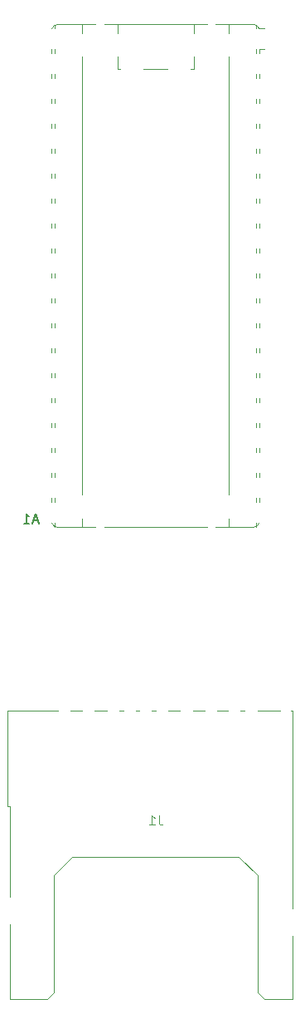
<source format=gbr>
%TF.GenerationSoftware,KiCad,Pcbnew,9.0.0*%
%TF.CreationDate,2025-03-20T22:49:20+00:00*%
%TF.ProjectId,PicoConsole,5069636f-436f-46e7-936f-6c652e6b6963,rev?*%
%TF.SameCoordinates,Original*%
%TF.FileFunction,Legend,Bot*%
%TF.FilePolarity,Positive*%
%FSLAX46Y46*%
G04 Gerber Fmt 4.6, Leading zero omitted, Abs format (unit mm)*
G04 Created by KiCad (PCBNEW 9.0.0) date 2025-03-20 22:49:20*
%MOMM*%
%LPD*%
G01*
G04 APERTURE LIST*
%ADD10C,0.100000*%
%ADD11C,0.150000*%
%ADD12C,0.120000*%
G04 APERTURE END LIST*
D10*
X105333333Y-107457419D02*
X105333333Y-108171704D01*
X105333333Y-108171704D02*
X105380952Y-108314561D01*
X105380952Y-108314561D02*
X105476190Y-108409800D01*
X105476190Y-108409800D02*
X105619047Y-108457419D01*
X105619047Y-108457419D02*
X105714285Y-108457419D01*
X104333333Y-108457419D02*
X104904761Y-108457419D01*
X104619047Y-108457419D02*
X104619047Y-107457419D01*
X104619047Y-107457419D02*
X104714285Y-107600276D01*
X104714285Y-107600276D02*
X104809523Y-107695514D01*
X104809523Y-107695514D02*
X104904761Y-107743133D01*
D11*
X92963339Y-77471604D02*
X92487149Y-77471604D01*
X93058577Y-77757319D02*
X92725244Y-76757319D01*
X92725244Y-76757319D02*
X92391911Y-77757319D01*
X91534768Y-77757319D02*
X92106196Y-77757319D01*
X91820482Y-77757319D02*
X91820482Y-76757319D01*
X91820482Y-76757319D02*
X91915720Y-76900176D01*
X91915720Y-76900176D02*
X92010958Y-76995414D01*
X92010958Y-76995414D02*
X92106196Y-77043033D01*
D12*
%TO.C,J1*%
X89900000Y-96800000D02*
X95000000Y-96800000D01*
X89900000Y-106600000D02*
X89900000Y-96800000D01*
X90100000Y-106600000D02*
X89900000Y-106600000D01*
X90100000Y-106600000D02*
X90100000Y-115800000D01*
X90100000Y-118600000D02*
X90100000Y-126200000D01*
X90100000Y-126200000D02*
X93900000Y-126200000D01*
X94600000Y-125500000D02*
X93900000Y-126200000D01*
X94600000Y-125500000D02*
X94600000Y-113600000D01*
X96300000Y-96800000D02*
X97500000Y-96800000D01*
X96500000Y-111700000D02*
X94600000Y-113600000D01*
X98800000Y-96800000D02*
X100000000Y-96800000D01*
X101300000Y-96800000D02*
X101700000Y-96800000D01*
X103000000Y-96800000D02*
X103300000Y-96800000D01*
X104600000Y-96800000D02*
X105000000Y-96800000D01*
X106300000Y-96800000D02*
X107500000Y-96800000D01*
X108800000Y-96800000D02*
X110000000Y-96800000D01*
X111300000Y-96800000D02*
X112400000Y-96800000D01*
X113500000Y-111700000D02*
X96500000Y-111700000D01*
X113500000Y-111700000D02*
X115400000Y-113600000D01*
X113700000Y-96800000D02*
X114100000Y-96800000D01*
X115400000Y-96800000D02*
X117700000Y-96800000D01*
X115400000Y-125500000D02*
X115400000Y-113600000D01*
X115400000Y-125500000D02*
X116100000Y-126200000D01*
X118800000Y-96800000D02*
X119000000Y-96800000D01*
X119000000Y-96800000D02*
X119000000Y-117000000D01*
X119000000Y-119800000D02*
X119000000Y-126200000D01*
X119000000Y-126200000D02*
X116100000Y-126200000D01*
%TO.C,A1*%
X94390000Y-29467500D02*
X94390000Y-29887500D01*
X94390000Y-32007500D02*
X94390000Y-32427500D01*
X94390000Y-34547500D02*
X94390000Y-34967500D01*
X94390000Y-37087500D02*
X94390000Y-37507500D01*
X94390000Y-39627500D02*
X94390000Y-40047500D01*
X94390000Y-42167500D02*
X94390000Y-42587500D01*
X94390000Y-44707500D02*
X94390000Y-45127500D01*
X94390000Y-47247500D02*
X94390000Y-47667500D01*
X94390000Y-49787500D02*
X94390000Y-50207500D01*
X94390000Y-52327500D02*
X94390000Y-52747500D01*
X94390000Y-54867500D02*
X94390000Y-55287500D01*
X94390000Y-57407500D02*
X94390000Y-57827500D01*
X94390000Y-59947500D02*
X94390000Y-60367500D01*
X94390000Y-62487500D02*
X94390000Y-62907500D01*
X94390000Y-65027500D02*
X94390000Y-65447500D01*
X94390000Y-67567500D02*
X94390000Y-67987500D01*
X94390000Y-70107500D02*
X94390000Y-70527500D01*
X94390000Y-72647500D02*
X94390000Y-73067500D01*
X94390000Y-75187500D02*
X94390000Y-75607500D01*
X94730000Y-27347563D02*
X94730000Y-26990500D01*
X94730000Y-29467500D02*
X94730000Y-29887500D01*
X94730000Y-32007500D02*
X94730000Y-32427500D01*
X94730000Y-34547500D02*
X94730000Y-34967500D01*
X94730000Y-37087500D02*
X94730000Y-37507500D01*
X94730000Y-39627500D02*
X94730000Y-40047500D01*
X94730000Y-42167500D02*
X94730000Y-42587500D01*
X94730000Y-44707500D02*
X94730000Y-45127500D01*
X94730000Y-47247500D02*
X94730000Y-47667500D01*
X94730000Y-49787500D02*
X94730000Y-50207500D01*
X94730000Y-52327500D02*
X94730000Y-52747500D01*
X94730000Y-54867500D02*
X94730000Y-55287500D01*
X94730000Y-57407500D02*
X94730000Y-57827500D01*
X94730000Y-59947500D02*
X94730000Y-60367500D01*
X94730000Y-62487500D02*
X94730000Y-62907500D01*
X94730000Y-65027500D02*
X94730000Y-65447500D01*
X94730000Y-67567500D02*
X94730000Y-67987500D01*
X94730000Y-70107500D02*
X94730000Y-70527500D01*
X94730000Y-72647500D02*
X94730000Y-73067500D01*
X94730000Y-75187500D02*
X94730000Y-75607500D01*
X94730000Y-77727437D02*
X94730000Y-78084500D01*
X95000000Y-26927500D02*
X97490000Y-26927500D01*
X97490000Y-26927500D02*
X97490000Y-27841020D01*
X97490000Y-30233980D02*
X97490000Y-74841020D01*
X97490000Y-77233980D02*
X97490000Y-78147500D01*
X98837939Y-26927500D02*
X97490000Y-26927500D01*
X98837939Y-78147500D02*
X95000000Y-78147500D01*
X99762061Y-78147500D02*
X101400000Y-78147500D01*
X100765000Y-26927500D02*
X99762061Y-26927500D01*
X101100000Y-26927500D02*
X101100000Y-27843500D01*
X101100000Y-30231500D02*
X101100000Y-31447500D01*
X101396090Y-31447500D02*
X101100000Y-31447500D01*
X101400000Y-78147500D02*
X108600000Y-78147500D01*
X106246090Y-31447500D02*
X103753910Y-31447500D01*
X108600000Y-78147500D02*
X110237939Y-78147500D01*
X108900000Y-26927500D02*
X108900000Y-27843500D01*
X108900000Y-30231500D02*
X108900000Y-31447500D01*
X108900000Y-31447500D02*
X108603910Y-31447500D01*
X109235000Y-26927500D02*
X100765000Y-26927500D01*
X110237939Y-26927500D02*
X109235000Y-26927500D01*
X112510000Y-26927500D02*
X111162060Y-26927500D01*
X112510000Y-26927500D02*
X112510000Y-27841020D01*
X112510000Y-30233980D02*
X112510000Y-74841020D01*
X112510000Y-77233980D02*
X112510000Y-78147500D01*
X115000000Y-26927500D02*
X112510000Y-26927500D01*
X115000000Y-78147500D02*
X111162061Y-78147500D01*
X115270000Y-27347563D02*
X115270000Y-26990500D01*
X115270000Y-29467500D02*
X115270000Y-29887500D01*
X115270000Y-32007500D02*
X115270000Y-32427500D01*
X115270000Y-34547500D02*
X115270000Y-34967500D01*
X115270000Y-37087500D02*
X115270000Y-37507500D01*
X115270000Y-39627500D02*
X115270000Y-40047500D01*
X115270000Y-42167500D02*
X115270000Y-42587500D01*
X115270000Y-44707500D02*
X115270000Y-45127500D01*
X115270000Y-47247500D02*
X115270000Y-47667500D01*
X115270000Y-49787500D02*
X115270000Y-50207500D01*
X115270000Y-52327500D02*
X115270000Y-52747500D01*
X115270000Y-54867500D02*
X115270000Y-55287500D01*
X115270000Y-57407500D02*
X115270000Y-57827500D01*
X115270000Y-59947500D02*
X115270000Y-60367500D01*
X115270000Y-62487500D02*
X115270000Y-62907500D01*
X115270000Y-65027500D02*
X115270000Y-65447500D01*
X115270000Y-67567500D02*
X115270000Y-67987500D01*
X115270000Y-70107500D02*
X115270000Y-70527500D01*
X115270000Y-72647500D02*
X115270000Y-73067500D01*
X115270000Y-75187500D02*
X115270000Y-75607500D01*
X115270000Y-77727437D02*
X115270000Y-78084500D01*
X115579676Y-27347500D02*
X116090000Y-27347500D01*
X115610000Y-29467500D02*
X115610000Y-29887500D01*
X115610000Y-29467500D02*
X116090000Y-29467500D01*
X115610000Y-32007500D02*
X115610000Y-32427500D01*
X115610000Y-34547500D02*
X115610000Y-34967500D01*
X115610000Y-37087500D02*
X115610000Y-37507500D01*
X115610000Y-39627500D02*
X115610000Y-40047500D01*
X115610000Y-42167500D02*
X115610000Y-42587500D01*
X115610000Y-44707500D02*
X115610000Y-45127500D01*
X115610000Y-47247500D02*
X115610000Y-47667500D01*
X115610000Y-49787500D02*
X115610000Y-50207500D01*
X115610000Y-52327500D02*
X115610000Y-52747500D01*
X115610000Y-54867500D02*
X115610000Y-55287500D01*
X115610000Y-57407500D02*
X115610000Y-57827500D01*
X115610000Y-59947500D02*
X115610000Y-60367500D01*
X115610000Y-62487500D02*
X115610000Y-62907500D01*
X115610000Y-65027500D02*
X115610000Y-65447500D01*
X115610000Y-67567500D02*
X115610000Y-67987500D01*
X115610000Y-70107500D02*
X115610000Y-70527500D01*
X115610000Y-72647500D02*
X115610000Y-73067500D01*
X115610000Y-75187500D02*
X115610000Y-75607500D01*
X94420324Y-27347563D02*
G75*
G02*
X95000000Y-26927500I579676J-189937D01*
G01*
X95000000Y-78147500D02*
G75*
G02*
X94420349Y-77727429I100J610100D01*
G01*
X115000000Y-26927500D02*
G75*
G02*
X115579676Y-27347500I-16J-610051D01*
G01*
X115579676Y-77727437D02*
G75*
G02*
X115000000Y-78147500I-579677J189939D01*
G01*
%TD*%
M02*

</source>
